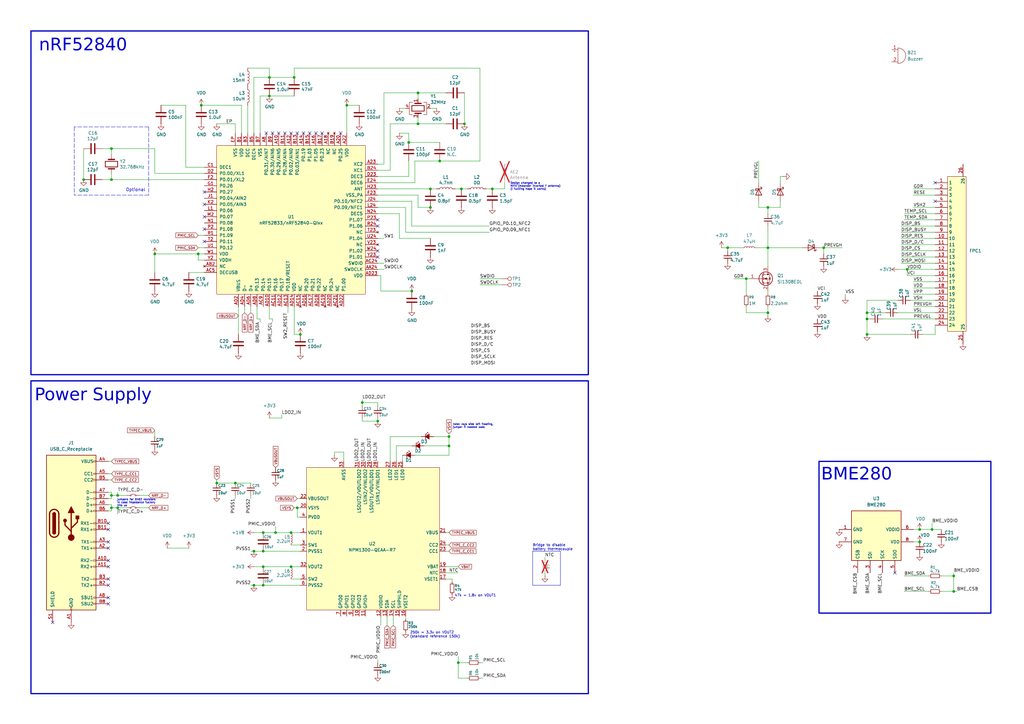
<source format=kicad_sch>
(kicad_sch (version 20250114) (generator "eeschema") (generator_version "9.0")
  (paper "A3")
  (title_block (date "2025-10-31") (rev "v1.0") (company "Ambraglow"))
  (rectangle (start 12.7 12.7) (end 241.3 153.67) (stroke (width 0.508)))
  (rectangle (start 335.915 189.23) (end 406.4 251.46) (stroke (width 0.508)))
  (rectangle (start 12.7 156.21) (end 241.3 284.48) (stroke (width 0.508)))
  (rectangle (start 218.44 226.06) (end 229.87 240.03))
  (text "47k = 1.8v on VOUT1" (at 186.436 244.348 0) (effects (font (size 1.016 1.016)) (justify left)))
  (text "BME280" (at 336.804 196.088 0) (effects (font (size 5.08 5.08)) (justify left)))
  (text "Bridge to disable \nbattery thermocouple" (at 218.44 224.536 0) (effects (font (size 1.016 1.016)) (justify left)))
  (text "nRF52840" (at 16.002 20.066 0) (effects (font (size 5.08 5.08)) (justify left)))
  (text "note: vsys side left floating, \njumper if needed :sob:" (at 185.674 174.752 0) (effects (font (size 0.762 0.762)) (justify left)))
  (text "Optional" (at 59.69 78.74 0) (effects (font (size 1.27 1.27)) (justify right bottom)))
  (text "TODO:\nCONNECT PMIC I2C TO NRF52840 (SCHEMATIC AND PCB)\n" (at 12.192 -52.324 0) (effects (font (size 7.62 7.62)) (justify left)))
  (text "Design changed to a\nMIFA (meander inverted F antenna)\n(i fucking hope it works)" (at 209.296 76.454 0) (effects (font (size 0.762 0.762)) (justify left)))
  (text "Power Supply" (at 14.224 163.576 0) (effects (font (size 5.08 5.08)) (justify left)))
  (text "jumpers for 0402 resistors\nin case impedance fuckery\nhits us" (at 48.006 206.248 0) (effects (font (size 0.762 0.762)) (justify left)))
  (text "250k = 3.3v on VOUT2\n(standard reference 150k)" (at 168.148 260.35 0) (effects (font (size 1.016 1.016)) (justify left)))
  (junction (at 120.65 31.75))
  (junction (at 314.96 128.27))
  (junction (at 314.96 85.09))
  (junction (at 306.07 114.3))
  (junction (at 45.72 208.28))
  (junction (at 391.16 236.22))
  (junction (at 82.55 43.18))
  (junction (at 45.72 203.2))
  (junction (at 48.26 208.28))
  (junction (at 355.6 137.16))
  (junction (at 190.5 50.8))
  (junction (at 34.29 73.66))
  (junction (at 372.11 110.49))
  (junction (at 184.15 179.07))
  (junction (at 107.95 226.06))
  (junction (at 119.38 218.44))
  (junction (at 391.16 242.57))
  (junction (at 88.9 198.12))
  (junction (at 189.23 77.47))
  (junction (at 187.96 271.78))
  (junction (at 96.52 198.12))
  (junction (at 355.6 130.81))
  (junction (at 176.53 85.09))
  (junction (at 107.95 218.44))
  (junction (at 121.92 208.28))
  (junction (at 171.45 50.8))
  (junction (at 45.72 73.66))
  (junction (at 377.19 217.17))
  (junction (at 81.28 104.14))
  (junction (at 48.26 203.2))
  (junction (at 123.19 137.16))
  (junction (at 104.14 226.06))
  (junction (at 110.49 31.75))
  (junction (at 110.49 39.37))
  (junction (at 107.95 240.03))
  (junction (at 167.64 58.42))
  (junction (at 382.27 217.17))
  (junction (at 337.82 101.6))
  (junction (at 184.15 182.88))
  (junction (at 104.14 240.03))
  (junction (at 119.38 232.41))
  (junction (at 355.6 128.27))
  (junction (at 113.03 218.44))
  (junction (at 171.45 38.1))
  (junction (at 201.93 77.47))
  (junction (at 63.5 104.14))
  (junction (at 314.96 101.6))
  (junction (at 176.53 77.47))
  (junction (at 148.59 165.1))
  (junction (at 154.94 172.72))
  (junction (at 142.24 43.18))
  (junction (at 168.91 119.38))
  (junction (at 107.95 232.41))
  (junction (at 298.45 101.6))
  (junction (at 180.34 66.04))
  (junction (at 45.72 60.96))
  (junction (at 377.19 222.25))
  (no_connect (at 154.94 105.41))
  (no_connect (at 44.45 247.65))
  (no_connect (at 127 54.61))
  (no_connect (at 154.94 90.17))
  (no_connect (at 44.45 222.25))
  (no_connect (at 44.45 237.49))
  (no_connect (at 154.94 92.71))
  (no_connect (at 44.45 214.63))
  (no_connect (at 383.54 74.93))
  (no_connect (at 83.82 83.82))
  (no_connect (at 132.08 54.61))
  (no_connect (at 44.45 245.11))
  (no_connect (at 114.3 54.61))
  (no_connect (at 44.45 232.41))
  (no_connect (at 109.22 54.61))
  (no_connect (at 83.82 78.74))
  (no_connect (at 83.82 99.06))
  (no_connect (at 83.82 88.9))
  (no_connect (at 111.76 54.61))
  (no_connect (at 139.7 54.61))
  (no_connect (at 44.45 217.17))
  (no_connect (at 121.92 54.61))
  (no_connect (at 154.94 102.87))
  (no_connect (at 367.03 234.95))
  (no_connect (at 124.46 54.61))
  (no_connect (at 116.84 54.61))
  (no_connect (at 83.82 93.98))
  (no_connect (at 44.45 224.79))
  (no_connect (at 119.38 54.61))
  (no_connect (at 383.54 82.55))
  (no_connect (at 44.45 240.03))
  (no_connect (at 129.54 54.61))
  (no_connect (at 44.45 229.87))
  (no_connect (at 21.59 255.27))
  (wire (pts (xy 374.65 222.25) (xy 377.19 222.25)))
  (wire (pts (xy 96.52 54.61) (xy 96.52 50.8)))
  (wire (pts (xy 48.26 203.2) (xy 52.07 203.2)))
  (wire (pts (xy 306.07 120.65) (xy 306.07 114.3)))
  (wire (pts (xy 369.57 105.41) (xy 383.54 105.41)))
  (wire (pts (xy 106.68 130.81) (xy 106.68 132.08)))
  (wire (pts (xy 320.04 72.39) (xy 320.04 74.93)))
  (wire (pts (xy 57.15 208.28) (xy 60.96 208.28)))
  (wire (pts (xy 102.87 226.06) (xy 104.14 226.06)))
  (wire (pts (xy 44.45 204.47) (xy 45.72 204.47)))
  (wire (pts (xy 163.83 54.61) (xy 167.64 54.61)))
  (wire (pts (xy 182.88 234.95) (xy 187.96 234.95)))
  (wire (pts (xy 105.41 125.73) (xy 105.41 130.81)))
  (wire (pts (xy 120.65 39.37) (xy 110.49 39.37)))
  (wire (pts (xy 167.64 54.61) (xy 167.64 58.42)))
  (wire (pts (xy 99.06 54.61) (xy 99.06 43.18)))
  (wire (pts (xy 182.88 232.41) (xy 187.96 232.41)))
  (wire (pts (xy 186.69 77.47) (xy 189.23 77.47)))
  (wire (pts (xy 196.85 271.78) (xy 198.12 271.78)))
  (wire (pts (xy 107.95 226.06) (xy 123.19 226.06)))
  (wire (pts (xy 156.21 113.03) (xy 154.94 113.03)))
  (wire (pts (xy 163.83 87.63) (xy 154.94 87.63)))
  (polyline (pts (xy 60.96 52.07) (xy 60.96 80.01)) (stroke (width 0) (type dash)))
  (wire (pts (xy 355.6 130.81) (xy 355.6 137.16)))
  (wire (pts (xy 120.65 208.28) (xy 121.92 208.28)))
  (wire (pts (xy 170.18 74.93) (xy 154.94 74.93)))
  (wire (pts (xy 83.82 71.12) (xy 63.5 71.12)))
  (wire (pts (xy 368.3 123.19) (xy 355.6 123.19)))
  (wire (pts (xy 171.45 80.01) (xy 171.45 85.09)))
  (wire (pts (xy 142.24 43.18) (xy 147.32 43.18)))
  (wire (pts (xy 196.85 66.04) (xy 196.85 27.94)))
  (wire (pts (xy 45.72 203.2) (xy 48.26 203.2)))
  (wire (pts (xy 57.15 203.2) (xy 60.96 203.2)))
  (wire (pts (xy 191.77 278.13) (xy 187.96 278.13)))
  (wire (pts (xy 372.11 110.49) (xy 372.11 113.03)))
  (wire (pts (xy 185.42 237.49) (xy 185.42 238.76)))
  (wire (pts (xy 314.96 128.27) (xy 314.96 129.54)))
  (wire (pts (xy 154.94 69.85) (xy 160.02 69.85)))
  (wire (pts (xy 115.57 170.18) (xy 115.57 171.45)))
  (wire (pts (xy 370.84 242.57) (xy 381 242.57)))
  (wire (pts (xy 320.04 85.09) (xy 320.04 82.55)))
  (wire (pts (xy 107.95 240.03) (xy 123.19 240.03)))
  (wire (pts (xy 184.15 218.44) (xy 182.88 218.44)))
  (wire (pts (xy 111.76 132.08) (xy 111.76 130.81)))
  (wire (pts (xy 167.64 58.42) (xy 180.34 58.42)))
  (wire (pts (xy 184.15 186.69) (xy 170.18 186.69)))
  (wire (pts (xy 154.94 77.47) (xy 176.53 77.47)))
  (wire (pts (xy 383.54 137.16) (xy 383.54 133.35)))
  (wire (pts (xy 148.59 163.83) (xy 148.59 165.1)))
  (wire (pts (xy 368.3 128.27) (xy 383.54 128.27)))
  (wire (pts (xy 346.71 120.65) (xy 346.71 121.92)))
  (wire (pts (xy 119.38 223.52) (xy 123.19 223.52)))
  (wire (pts (xy 176.53 77.47) (xy 179.07 77.47)))
  (wire (pts (xy 337.82 101.6) (xy 337.82 104.14)))
  (wire (pts (xy 45.72 207.01) (xy 45.72 208.28)))
  (wire (pts (xy 44.45 209.55) (xy 45.72 209.55)))
  (wire (pts (xy 88.9 198.12) (xy 96.52 198.12)))
  (wire (pts (xy 106.68 54.61) (xy 106.68 39.37)))
  (wire (pts (xy 107.95 232.41) (xy 119.38 232.41)))
  (wire (pts (xy 140.97 185.42) (xy 140.97 189.23)))
  (wire (pts (xy 157.48 67.31) (xy 154.94 67.31)))
  (wire (pts (xy 120.65 125.73) (xy 120.65 137.16)))
  (wire (pts (xy 157.48 110.49) (xy 154.94 110.49)))
  (wire (pts (xy 391.16 234.95) (xy 391.16 236.22)))
  (wire (pts (xy 314.96 119.38) (xy 314.96 120.65)))
  (wire (pts (xy 391.16 236.22) (xy 391.16 242.57)))
  (wire (pts (xy 311.15 85.09) (xy 311.15 82.55)))
  (wire (pts (xy 148.59 165.1) (xy 148.59 166.37)))
  (wire (pts (xy 377.19 217.17) (xy 374.65 217.17)))
  (wire (pts (xy 369.57 97.79) (xy 383.54 97.79)))
  (wire (pts (xy 34.29 60.96) (xy 34.29 73.66)))
  (wire (pts (xy 372.11 113.03) (xy 383.54 113.03)))
  (wire (pts (xy 306.07 128.27) (xy 314.96 128.27)))
  (wire (pts (xy 148.59 165.1) (xy 154.94 165.1)))
  (wire (pts (xy 110.49 31.75) (xy 110.49 27.94)))
  (wire (pts (xy 189.23 77.47) (xy 191.77 77.47)))
  (wire (pts (xy 368.3 110.49) (xy 372.11 110.49)))
  (wire (pts (xy 166.37 85.09) (xy 166.37 95.25)))
  (wire (pts (xy 196.85 278.13) (xy 198.12 278.13)))
  (wire (pts (xy 171.45 48.26) (xy 171.45 50.8)))
  (wire (pts (xy 45.72 208.28) (xy 48.26 208.28)))
  (wire (pts (xy 104.14 31.75) (xy 110.49 31.75)))
  (wire (pts (xy 76.2 68.58) (xy 76.2 43.18)))
  (wire (pts (xy 68.58 224.79) (xy 77.47 224.79)))
  (wire (pts (xy 321.31 72.39) (xy 320.04 72.39)))
  (wire (pts (xy 83.82 73.66) (xy 45.72 73.66)))
  (wire (pts (xy 161.29 252.73) (xy 161.29 256.54)))
  (wire (pts (xy 101.6 54.61) (xy 101.6 43.18)))
  (wire (pts (xy 182.88 50.8) (xy 171.45 50.8)))
  (wire (pts (xy 121.92 204.47) (xy 123.19 204.47)))
  (wire (pts (xy 96.52 204.47) (xy 96.52 203.2)))
  (wire (pts (xy 45.72 203.2) (xy 45.72 204.47)))
  (wire (pts (xy 113.03 215.9) (xy 113.03 218.44)))
  (wire (pts (xy 154.94 80.01) (xy 171.45 80.01)))
  (wire (pts (xy 120.65 27.94) (xy 196.85 27.94)))
  (wire (pts (xy 207.01 74.93) (xy 207.01 77.47)))
  (wire (pts (xy 157.48 107.95) (xy 154.94 107.95)))
  (wire (pts (xy 311.15 66.04) (xy 311.15 74.93)))
  (wire (pts (xy 184.15 177.8) (xy 184.15 179.07)))
  (wire (pts (xy 63.5 60.96) (xy 45.72 60.96)))
  (wire (pts (xy 314.96 92.71) (xy 314.96 101.6)))
  (wire (pts (xy 166.37 95.25) (xy 200.66 95.25)))
  (wire (pts (xy 176.53 97.79) (xy 163.83 97.79)))
  (wire (pts (xy 374.65 85.09) (xy 383.54 85.09)))
  (wire (pts (xy 223.52 236.22) (xy 223.52 234.95)))
  (wire (pts (xy 104.14 226.06) (xy 107.95 226.06)))
  (wire (pts (xy 154.94 172.72) (xy 148.59 172.72)))
  (wire (pts (xy 142.24 54.61) (xy 142.24 43.18)))
  (wire (pts (xy 110.49 130.81) (xy 110.49 125.73)))
  (wire (pts (xy 162.56 182.88) (xy 162.56 189.23)))
  (wire (pts (xy 81.28 104.14) (xy 83.82 104.14)))
  (polyline (pts (xy 60.96 80.01) (xy 30.48 80.01)) (stroke (width 0) (type dash)))
  (wire (pts (xy 370.84 87.63) (xy 383.54 87.63)))
  (wire (pts (xy 163.83 87.63) (xy 163.83 97.79)))
  (wire (pts (xy 386.08 217.17) (xy 382.27 217.17)))
  (wire (pts (xy 44.45 189.23) (xy 45.72 189.23)))
  (wire (pts (xy 314.96 101.6) (xy 314.96 109.22)))
  (wire (pts (xy 118.11 125.73) (xy 118.11 128.27)))
  (wire (pts (xy 184.15 179.07) (xy 184.15 182.88)))
  (wire (pts (xy 300.99 114.3) (xy 306.07 114.3)))
  (wire (pts (xy 106.68 39.37) (xy 110.49 39.37)))
  (wire (pts (xy 88.9 196.85) (xy 88.9 198.12)))
  (polyline (pts (xy 30.48 52.07) (xy 30.48 80.01)) (stroke (width 0) (type dash)))
  (wire (pts (xy 314.96 85.09) (xy 311.15 85.09)))
  (wire (pts (xy 374.65 120.65) (xy 383.54 120.65)))
  (wire (pts (xy 45.72 60.96) (xy 41.91 60.96)))
  (wire (pts (xy 119.38 237.49) (xy 123.19 237.49)))
  (wire (pts (xy 373.38 123.19) (xy 383.54 123.19)))
  (wire (pts (xy 76.2 43.18) (xy 66.04 43.18)))
  (wire (pts (xy 105.41 130.81) (xy 106.68 130.81)))
  (wire (pts (xy 298.45 102.87) (xy 298.45 101.6)))
  (wire (pts (xy 45.72 73.66) (xy 41.91 73.66)))
  (polyline (pts (xy 60.96 52.07) (xy 30.48 52.07)) (stroke (width 0) (type dash)))
  (wire (pts (xy 48.26 208.28) (xy 48.26 210.82)))
  (wire (pts (xy 81.28 96.52) (xy 83.82 96.52)))
  (wire (pts (xy 119.38 232.41) (xy 123.19 232.41)))
  (wire (pts (xy 111.76 130.81) (xy 110.49 130.81)))
  (wire (pts (xy 165.1 186.69) (xy 165.1 189.23)))
  (wire (pts (xy 370.84 236.22) (xy 381 236.22)))
  (wire (pts (xy 190.5 38.1) (xy 190.5 50.8)))
  (wire (pts (xy 176.53 85.09) (xy 171.45 85.09)))
  (wire (pts (xy 113.03 218.44) (xy 119.38 218.44)))
  (wire (pts (xy 160.02 69.85) (xy 160.02 50.8)))
  (wire (pts (xy 110.49 31.75) (xy 120.65 31.75)))
  (wire (pts (xy 162.56 182.88) (xy 168.91 182.88)))
  (wire (pts (xy 148.59 172.72) (xy 148.59 171.45)))
  (wire (pts (xy 382.27 217.17) (xy 377.19 217.17)))
  (wire (pts (xy 355.6 128.27) (xy 355.6 130.81)))
  (wire (pts (xy 180.34 66.04) (xy 196.85 66.04)))
  (wire (pts (xy 121.92 212.09) (xy 123.19 212.09)))
  (wire (pts (xy 81.28 101.6) (xy 83.82 101.6)))
  (wire (pts (xy 119.38 218.44) (xy 123.19 218.44)))
  (wire (pts (xy 386.08 236.22) (xy 391.16 236.22)))
  (wire (pts (xy 166.37 44.45) (xy 163.83 44.45)))
  (wire (pts (xy 363.22 128.27) (xy 355.6 128.27)))
  (wire (pts (xy 223.52 228.6) (xy 223.52 229.87)))
  (wire (pts (xy 123.19 137.16) (xy 120.65 137.16)))
  (wire (pts (xy 374.65 115.57) (xy 383.54 115.57)))
  (wire (pts (xy 168.91 82.55) (xy 168.91 92.71)))
  (wire (pts (xy 63.5 104.14) (xy 81.28 104.14)))
  (wire (pts (xy 168.91 119.38) (xy 156.21 119.38)))
  (wire (pts (xy 44.45 194.31) (xy 45.72 194.31)))
  (wire (pts (xy 355.6 123.19) (xy 355.6 128.27)))
  (wire (pts (xy 110.49 27.94) (xy 101.6 27.94)))
  (wire (pts (xy 372.11 110.49) (xy 383.54 110.49)))
  (wire (pts (xy 99.06 43.18) (xy 82.55 43.18)))
  (wire (pts (xy 104.14 54.61) (xy 104.14 31.75)))
  (wire (pts (xy 196.85 116.84) (xy 205.74 116.84)))
  (wire (pts (xy 356.87 130.81) (xy 355.6 130.81)))
  (wire (pts (xy 83.82 106.68) (xy 81.28 106.68)))
  (wire (pts (xy 378.46 137.16) (xy 383.54 137.16)))
  (wire (pts (xy 182.88 223.52) (xy 184.15 223.52)))
  (wire (pts (xy 63.5 60.96) (xy 63.5 71.12)))
  (wire (pts (xy 369.57 95.25) (xy 383.54 95.25)))
  (wire (pts (xy 104.14 218.44) (xy 107.95 218.44)))
  (wire (pts (xy 120.65 27.94) (xy 120.65 31.75)))
  (wire (pts (xy 182.88 226.06) (xy 184.15 226.06)))
  (wire (pts (xy 177.8 179.07) (xy 184.15 179.07)))
  (wire (pts (xy 314.96 85.09) (xy 314.96 87.63)))
  (wire (pts (xy 374.65 80.01) (xy 383.54 80.01)))
  (wire (pts (xy 187.96 271.78) (xy 191.77 271.78)))
  (wire (pts (xy 201.93 77.47) (xy 199.39 77.47)))
  (wire (pts (xy 374.65 118.11) (xy 383.54 118.11)))
  (wire (pts (xy 187.96 269.24) (xy 187.96 271.78)))
  (wire (pts (xy 104.14 240.03) (xy 107.95 240.03)))
  (wire (pts (xy 45.72 60.96) (xy 45.72 63.5)))
  (wire (pts (xy 187.96 278.13) (xy 187.96 271.78)))
  (wire (pts (xy 157.48 38.1) (xy 157.48 67.31)))
  (wire (pts (xy 314.96 85.09) (xy 320.04 85.09)))
  (wire (pts (xy 48.26 208.28) (xy 52.07 208.28)))
  (wire (pts (xy 44.45 207.01) (xy 45.72 207.01)))
  (wire (pts (xy 374.65 125.73) (xy 383.54 125.73)))
  (wire (pts (xy 45.72 201.93) (xy 45.72 203.2)))
  (wire (pts (xy 328.93 101.6) (xy 314.96 101.6)))
  (wire (pts (xy 115.57 171.45) (xy 110.49 171.45)))
  (wire (pts (xy 179.07 44.45) (xy 176.53 44.45)))
  (wire (pts (xy 167.64 72.39) (xy 154.94 72.39)))
  (wire (pts (xy 184.15 182.88) (xy 184.15 186.69)))
  (wire (pts (xy 156.21 119.38) (xy 156.21 113.03)))
  (wire (pts (xy 170.18 66.04) (xy 180.34 66.04)))
  (wire (pts (xy 102.87 204.47) (xy 102.87 203.2)))
  (wire (pts (xy 121.92 208.28) (xy 121.92 212.09)))
  (wire (pts (xy 184.15 182.88) (xy 173.99 182.88)))
  (wire (pts (xy 166.37 252.73) (xy 166.37 254)))
  (wire (pts (xy 45.72 71.12) (xy 45.72 73.66)))
  (wire (pts (xy 369.57 107.95) (xy 383.54 107.95)))
  (wire (pts (xy 45.72 208.28) (xy 45.72 209.55)))
  (wire (pts (xy 160.02 189.23) (xy 160.02 179.07)))
  (wire (pts (xy 44.45 196.85) (xy 45.72 196.85)))
  (wire (pts (xy 336.55 101.6) (xy 337.82 101.6)))
  (wire (pts (xy 48.26 201.93) (xy 48.26 203.2)))
  (wire (pts (xy 100.33 125.73) (xy 100.33 128.27)))
  (wire (pts (xy 392.43 242.57) (xy 391.16 242.57)))
  (wire (pts (xy 154.94 82.55) (xy 168.91 82.55)))
  (wire (pts (xy 63.5 104.14) (xy 63.5 111.76)))
  (wire (pts (xy 314.96 125.73) (xy 314.96 128.27)))
  (wire (pts (xy 355.6 137.16) (xy 373.38 137.16)))
  (wire (pts (xy 44.45 201.93) (xy 45.72 201.93)))
  (wire (pts (xy 171.45 40.64) (xy 171.45 38.1)))
  (wire (pts (xy 123.19 208.28) (xy 121.92 208.28)))
  (wire (pts (xy 171.45 50.8) (xy 160.02 50.8)))
  (wire (pts (xy 102.87 125.73) (xy 102.87 128.27)))
  (wire (pts (xy 374.65 77.47) (xy 383.54 77.47)))
  (wire (pts (xy 298.45 101.6) (xy 304.8 101.6)))
  (wire (pts (xy 107.95 218.44) (xy 113.03 218.44)))
  (wire (pts (xy 207.01 77.47) (xy 201.93 77.47)))
  (wire (pts (xy 306.07 114.3) (xy 307.34 114.3)))
  (wire (pts (xy 63.5 176.53) (xy 63.5 179.07)))
  (wire (pts (xy 137.16 185.42) (xy 140.97 185.42)))
  (wire (pts (xy 154.94 85.09) (xy 166.37 85.09)))
  (wire (pts (xy 160.02 179.07) (xy 172.72 179.07)))
  (wire (pts (xy 369.57 100.33) (xy 383.54 100.33)))
  (wire (pts (xy 361.95 130.81) (xy 383.54 130.81)))
  (wire (pts (xy 196.85 114.3) (xy 205.74 114.3)))
  (wire (pts (xy 295.91 101.6) (xy 298.45 101.6)))
  (wire (pts (xy 182.88 38.1) (xy 171.45 38.1)))
  (wire (pts (xy 156.21 252.73) (xy 156.21 256.54)))
  (wire (pts (xy 154.94 165.1) (xy 154.94 166.37)))
  (wire (pts (xy 83.82 68.58) (xy 76.2 68.58)))
  (wire (pts (xy 96.52 198.12) (xy 102.87 198.12)))
  (wire (pts (xy 154.94 171.45) (xy 154.94 172.72)))
  (wire (pts (xy 168.91 92.71) (xy 200.66 92.71)))
  (wire (pts (xy 102.87 240.03) (xy 104.14 240.03)))
  (wire (pts (xy 167.64 72.39) (xy 167.64 66.04)))
  (wire (pts (xy 158.75 252.73) (xy 158.75 256.54)))
  (wire (pts (xy 96.52 50.8) (xy 88.9 50.8)))
  (wire (pts (xy 369.57 92.71) (xy 383.54 92.71)))
  (wire (pts (xy 137.16 185.42) (xy 137.16 186.69)))
  (wire (pts (xy 337.82 101.6) (xy 345.44 101.6)))
  (wire (pts (xy 157.48 97.79) (xy 154.94 97.79)))
  (wire (pts (xy 369.57 102.87) (xy 383.54 102.87)))
  (wire (pts (xy 182.88 237.49) (xy 185.42 237.49)))
  (wire (pts (xy 157.48 38.1) (xy 171.45 38.1)))
  (wire (pts (xy 170.18 66.04) (xy 170.18 74.93)))
  (wire (pts (xy 306.07 125.73) (xy 306.07 128.27)))
  (wire (pts (xy 382.27 214.63) (xy 382.27 217.17)))
  (wire (pts (xy 104.14 232.41) (xy 107.95 232.41)))
  (wire (pts (xy 83.82 111.76) (xy 77.47 111.76)))
  (wire (pts (xy 386.08 242.57) (xy 391.16 242.57)))
  (wire (pts (xy 309.88 101.6) (xy 314.96 101.6)))
  (wire (pts (xy 97.79 125.73) (xy 97.79 137.16)))
  (wire (pts (xy 370.84 90.17) (xy 383.54 90.17)))
  (wire (pts (xy 81.28 106.68) (xy 81.28 104.14)))
  (wire (pts (xy 154.94 270.51) (xy 154.94 271.78)))
  (label "VDD" (at 374.65 118.11 0))
  (label "DISP_RES" (at 193.04 139.7 0))
  (label "PVSS1" (at 96.52 204.47 270))
  (label "SWDIO" (at 196.85 114.3 0))
  (label "DISP_CS" (at 369.57 102.87 0))
  (label "SWDIO" (at 157.48 107.95 0))
  (label "EP" (at 92.71 50.8 0))
  (label "VCI" (at 335.28 119.38 0))
  (label "PREVGL" (at 311.15 66.04 270))
  (label "DISP_BS" (at 369.57 92.71 0))
  (label "LDO2_IN" (at 149.86 189.23 90))
  (label "PMIC_VDDIO" (at 154.94 270.51 180))
  (label "PREVGL" (at 374.65 130.81 0))
  (label "BME_SCL" (at 361.95 234.95 270))
  (label "GPIO_P0.09_NFC1" (at 200.66 95.25 0))
  (label "PREVGH" (at 374.65 125.73 0))
  (label "VSS" (at 346.71 120.65 0))
  (label "LDO2_OUT" (at 147.32 189.23 90))
  (label "TEMP_SCL" (at 370.84 87.63 0))
  (label "PVSS1" (at 102.87 226.06 180))
  (label "BME_SDA" (at 106.68 132.08 270))
  (label "BME_SDA" (at 356.87 234.95 270))
  (label "DISP_MOSI" (at 369.57 107.95 0))
  (label "PMIC_SDA" (at 198.12 278.13 0))
  (label "SWDCLK" (at 196.85 116.84 0))
  (label "PVSS2" (at 102.87 204.47 270))
  (label "VCI" (at 372.11 113.03 0))
  (label "BME_VDDIO" (at 391.16 234.95 0))
  (label "PMIC_VDDIO" (at 113.03 215.9 180))
  (label "RESE" (at 374.65 80.01 0))
  (label "VSL" (at 374.65 128.27 0))
  (label "NTC" (at 187.96 234.95 180))
  (label "VPP" (at 374.65 120.65 0))
  (label "PVSS2" (at 102.87 240.03 180))
  (label "BME_VDDIO" (at 382.27 214.63 0))
  (label "LDO1_IN" (at 154.94 189.23 90))
  (label "TYPE_C_D-" (at 48.26 201.93 0))
  (label "DISP_SCLK" (at 193.04 147.32 0))
  (label "DISP_D{slash}C" (at 369.57 100.33 0))
  (label "DISP_BUSY" (at 369.57 95.25 0))
  (label "SWDCLK" (at 157.48 110.49 0))
  (label "DISP_D{slash}C" (at 193.04 142.24 0))
  (label "LDO2_IN" (at 115.57 170.18 0))
  (label "BME_SCL" (at 111.76 132.08 270))
  (label "BME_CSB" (at 392.43 242.57 0))
  (label "PMIC_VDDIO" (at 156.21 256.54 270))
  (label "DISP_CS" (at 193.04 144.78 0))
  (label "TEMP_SDA" (at 370.84 90.17 0))
  (label "VSH2" (at 374.65 85.09 0))
  (label "TYPE_C_D+" (at 48.26 210.82 0))
  (label "GDR" (at 300.99 114.3 0))
  (label "DISP_SCLK" (at 369.57 105.41 0))
  (label "GPIO_P0.10_NFC2" (at 200.66 92.71 0))
  (label "BME_CSB" (at 351.79 234.95 270))
  (label "DISP_BUSY" (at 193.04 137.16 0))
  (label "BME_SCL" (at 370.84 242.57 0))
  (label "VSH" (at 374.65 123.19 0))
  (label "NTC" (at 223.52 228.6 0))
  (label "PREVGH" (at 345.44 101.6 180))
  (label "LDO2_OUT" (at 148.59 163.83 0))
  (label "VDD" (at 335.28 130.81 0))
  (label "GDR" (at 374.65 77.47 0))
  (label "PMIC_SCL" (at 198.12 271.78 0))
  (label "DISP_BS" (at 193.04 134.62 0))
  (label "VSS" (at 374.65 115.57 0))
  (label "DISP_RES" (at 369.57 97.79 0))
  (label "SW2_RESET" (at 118.11 128.27 270))
  (label "PMIC_VDDIO" (at 187.96 269.24 180))
  (label "SW1" (at 157.48 97.79 0))
  (label "DISP_MOSI" (at 193.04 149.86 0))
  (label "LDO1_OUT" (at 152.4 189.23 90))
  (label "BME_SDA" (at 370.84 236.22 0))
  (label "VDDIO" (at 372.11 110.49 0))
  (global_label "TYPE_C_CC2" (shape input) (at 45.72 196.85 0) (effects (font (size 1.016 1.016))) (property "Intersheetrefs" "${INTERSHEET_REFS}" (effects (hide yes))))
  (global_label "PMIC_SCL" (shape input) (at 81.28 96.52 180) (effects (font (size 1.016 1.016))) (property "Intersheetrefs" "${INTERSHEET_REFS}" (effects (hide yes))))
  (global_label "TYPE_C_CC2" (shape input) (at 184.15 223.52 0) (effects (font (size 1.016 1.016))) (property "Intersheetrefs" "${INTERSHEET_REFS}" (effects (hide yes))))
  (global_label "PMIC_SDA" (shape input) (at 158.75 256.54 270) (effects (font (size 1.016 1.016))) (property "Intersheetrefs" "${INTERSHEET_REFS}" (effects (hide yes))))
  (global_label "NRF_D+" (shape input) (at 60.96 208.28 0) (effects (font (size 1.016 1.016))) (property "Intersheetrefs" "${INTERSHEET_REFS}" (effects (hide yes))))
  (global_label "PMIC_SCL" (shape input) (at 161.29 256.54 270) (effects (font (size 1.016 1.016))) (property "Intersheetrefs" "${INTERSHEET_REFS}" (effects (hide yes))))
  (global_label "PMIC_SDA" (shape input) (at 81.28 101.6 180) (effects (font (size 1.016 1.016))) (property "Intersheetrefs" "${INTERSHEET_REFS}" (effects (hide yes))))
  (global_label "NRF_D-" (shape input) (at 100.33 128.27 270) (effects (font (size 1.016 1.016))) (property "Intersheetrefs" "${INTERSHEET_REFS}" (effects (hide yes))))
  (global_label "TYPE_C_CC1" (shape input) (at 45.72 194.31 0) (effects (font (size 1.016 1.016))) (property "Intersheetrefs" "${INTERSHEET_REFS}" (effects (hide yes))))
  (global_label "NRF_D-" (shape input) (at 60.96 203.2 0) (effects (font (size 1.016 1.016))) (property "Intersheetrefs" "${INTERSHEET_REFS}" (effects (hide yes))))
  (global_label "TYPEC_VBUS" (shape input) (at 45.72 189.23 0) (effects (font (size 1.016 1.016))) (property "Intersheetrefs" "${INTERSHEET_REFS}" (effects (hide yes))))
  (global_label "TYPEC_VBUS" (shape input) (at 63.5 176.53 180) (effects (font (size 1.016 1.016))) (property "Intersheetrefs" "${INTERSHEET_REFS}" (effects (hide yes))))
  (global_label "VBUSOUT" (shape input) (at 121.92 204.47 180) (effects (font (size 1.016 1.016))) (property "Intersheetrefs" "${INTERSHEET_REFS}" (effects (hide yes))))
  (global_label "TYPE_C_CC1" (shape input) (at 184.15 226.06 0) (effects (font (size 1.016 1.016))) (property "Intersheetrefs" "${INTERSHEET_REFS}" (effects (hide yes))))
  (global_label "VSYS" (shape input) (at 184.15 177.8 90) (effects (font (size 1.016 1.016))) (property "Intersheetrefs" "${INTERSHEET_REFS}" (effects (hide yes))))
  (global_label "NRF_D+" (shape input) (at 102.87 128.27 270) (effects (font (size 1.016 1.016))) (property "Intersheetrefs" "${INTERSHEET_REFS}" (effects (hide yes))))
  (global_label "VSYS" (shape input) (at 120.65 208.28 180) (effects (font (size 1.016 1.016))) (property "Intersheetrefs" "${INTERSHEET_REFS}" (effects (hide yes))))
  (global_label "VBAT" (shape input) (at 187.96 232.41 0) (effects (font (size 1.016 1.016))) (property "Intersheetrefs" "${INTERSHEET_REFS}" (effects (hide yes))))
  (global_label "VSYS" (shape input) (at 88.9 196.85 90) (effects (font (size 1.016 1.016))) (property "Intersheetrefs" "${INTERSHEET_REFS}" (effects (hide yes))))
  (global_label "VBUSOUT" (shape input) (at 97.79 129.54 180) (effects (font (size 1.016 1.016))) (property "Intersheetrefs" "${INTERSHEET_REFS}" (effects (hide yes))))
  (global_label "TYPEC_VBUS" (shape input) (at 184.15 218.44 0) (effects (font (size 1.016 1.016))) (property "Intersheetrefs" "${INTERSHEET_REFS}" (effects (hide yes))))
  (global_label "VBUSOUT" (shape input) (at 113.03 191.77 90) (effects (font (size 1.016 1.016))) (property "Intersheetrefs" "${INTERSHEET_REFS}" (effects (hide yes))))
  (symbol (lib_id "Raybeacon:nRF52833-QIxx") (at 119.38 90.17 0) (unit 1)
    (property "Reference" "U1" (at 119.38 88.9 0))
    (property "Value" "nRF52833/nRF52840-QIxx" (at 119.38 91.44 0))
    (property "Footprint" "Package_DFN_QFN:Nordic_AQFN-73-1EP_7x7mm_P0.5mm" (effects (hide yes)))
    (property "Datasheet" "https://infocenter.nordicsemi.com/pdf/nRF52833_OPS_v0.7.pdf" (effects (hide yes)))
    (property "Description" "Nordic nRF52833/nRF52840 SoC" (effects (hide yes)))
    (property "MPN" "NRF52833-QIAA-R" (effects (hide yes)))
  )
  (symbol (lib_id "Device:C") (at 147.32 46.99 0) (unit 1)
    (property "Reference" "C12" (at 150.241 45.8216 0) (effects (justify left)))
    (property "Value" "100nF" (at 150.241 48.133 0) (effects (justify left)))
    (property "Footprint" "Capacitor_SMD:C_0402_1005Metric" (effects (hide yes)))
    (property "Description" "Capacitor, X7R, ±10%" (effects (hide yes)))
    (property "MPN" "GCM155R71C104KA55J" (effects (hide yes)))
  )
  (symbol (lib_id "power:GND") (at 147.32 50.8 0) (unit 1)
    (property "Reference" "#PWR0101" (effects (hide yes)))
    (property "Value" "GND" (at 147.447 55.1942 0))
  )
  (symbol (lib_id "power:GND") (at 88.9 50.8 0) (unit 1)
    (property "Reference" "#PWR0102" (effects (hide yes)))
    (property "Value" "GND" (at 89.027 55.1942 0))
  )
  (symbol (lib_id "Device:C") (at 82.55 46.99 0) (unit 1)
    (property "Reference" "C13" (at 85.471 45.8216 0) (effects (justify left)))
    (property "Value" "1.0uF" (at 85.471 48.133 0) (effects (justify left)))
    (property "Footprint" "Capacitor_SMD:C_0603_1608Metric" (effects (hide yes)))
    (property "Description" "Capacitor, X7R, ±10%" (effects (hide yes)))
    (property "MPN" "GCM188R71C105KA64D" (effects (hide yes)))
  )
  (symbol (lib_id "power:GND") (at 82.55 50.8 0) (unit 1)
    (property "Reference" "#PWR0103" (effects (hide yes)))
    (property "Value" "GND" (at 82.677 55.1942 0))
  )
  (symbol (lib_id "Device:C") (at 201.93 81.28 0) (unit 1)
    (property "Reference" "C3" (at 204.851 80.1116 0) (effects (justify left)))
    (property "Value" "1.5pF" (at 204.851 82.423 0) (effects (justify left)))
    (property "Footprint" "Capacitor_SMD:C_0402_1005Metric" (effects (hide yes)))
    (property "Description" "Capacitor, HQ NP0, ±5%" (effects (hide yes)))
    (property "MPN" "GCQ1555C1HR80WB01D" (effects (hide yes)))
  )
  (symbol (lib_id "Device:L") (at 182.88 77.47 270) (mirror x) (unit 1)
    (property "Reference" "L1" (at 182.88 72.644 90))
    (property "Value" "4.7nH" (at 182.88 74.9554 90))
    (property "Footprint" "Inductor_SMD:L_0402_1005Metric" (effects (hide yes)))
    (property "Description" "High frequency chip inductor ±5%" (effects (hide yes)))
    (property "MPN" "LQW15AN4N7C0ZD" (effects (hide yes)))
  )
  (symbol (lib_id "Device:C") (at 176.53 81.28 0) (unit 1)
    (property "Reference" "C4" (at 179.451 80.1116 0) (effects (justify left)))
    (property "Value" "0.8pF" (at 179.451 82.423 0) (effects (justify left)))
    (property "Footprint" "Capacitor_SMD:C_0402_1005Metric" (effects (hide yes)))
    (property "Description" "Capacitor, HQ NP0, ±5%" (effects (hide yes)))
    (property "MPN" "GCQ1555C1HR50WB01D" (effects (hide yes)))
  )
  (symbol (lib_id "Device:L") (at 195.58 77.47 90) (unit 1)
    (property "Reference" "L2" (at 195.58 72.644 90))
    (property "Value" "0Ω" (at 195.58 74.9554 90))
    (property "Footprint" "Inductor_SMD:L_0402_1005Metric" (effects (hide yes)))
    (property "Description" "Zero Ohm resistor" (effects (hide yes)))
    (property "MPN" "AC0402FR-070RL" (effects (hide yes)))
  )
  (symbol (lib_id "power:GND") (at 176.53 85.09 0) (unit 1)
    (property "Reference" "#PWR0106" (effects (hide yes)))
    (property "Value" "GND" (effects (hide yes)))
  )
  (symbol (lib_id "power:GND") (at 201.93 85.09 0) (unit 1)
    (property "Reference" "#PWR0107" (effects (hide yes)))
    (property "Value" "GND" (effects (hide yes)))
  )
  (symbol (lib_id "Device:C") (at 176.53 101.6 0) (unit 1)
    (property "Reference" "C9" (at 179.451 100.4316 0) (effects (justify left)))
    (property "Value" "1nF" (at 179.451 102.743 0) (effects (justify left)))
    (property "Footprint" "Capacitor_SMD:C_0402_1005Metric" (effects (hide yes)))
    (property "Description" "Capacitor, NP0, ±5%" (effects (hide yes)))
    (property "MPN" "GCM1555C1H821JA16D" (effects (hide yes)))
  )
  (symbol (lib_id "Device:C") (at 168.91 123.19 0) (unit 1)
    (property "Reference" "C8" (at 171.831 122.0216 0) (effects (justify left)))
    (property "Value" "100nF" (at 171.831 124.333 0) (effects (justify left)))
    (property "Footprint" "Capacitor_SMD:C_0402_1005Metric" (effects (hide yes)))
    (property "Description" "Capacitor, X7R, ±10%" (effects (hide yes)))
    (property "MPN" "GCM155R71C104KA55J" (effects (hide yes)))
  )
  (symbol (lib_id "power:GND") (at 176.53 105.41 0) (unit 1)
    (property "Reference" "#PWR0110" (effects (hide yes)))
    (property "Value" "GND" (at 176.657 109.8042 0))
  )
  (symbol (lib_id "power:GND") (at 168.91 127 0) (unit 1)
    (property "Reference" "#PWR0111" (effects (hide yes)))
    (property "Value" "GND" (at 169.037 131.3942 0))
  )
  (symbol (lib_id "Device:C") (at 167.64 62.23 180) (unit 1)
    (property "Reference" "C11" (at 170.561 61.0616 0) (effects (justify right)))
    (property "Value" "100pF" (at 170.561 63.373 0) (effects (justify right)))
    (property "Footprint" "Capacitor_SMD:C_0402_1005Metric" (effects (hide yes)))
    (property "Description" "Capacitor, NP0, ±5%" (effects (hide yes)))
    (property "MPN" "GCM1555C1H101JA16D" (effects (hide yes)))
  )
  (symbol (lib_id "Device:C") (at 180.34 62.23 180) (unit 1)
    (property "Reference" "C10" (at 183.261 61.0616 0) (effects (justify right)))
    (property "Value" "N.C." (at 183.261 63.373 0) (effects (justify right)))
    (property "Footprint" "Capacitor_SMD:C_0402_1005Metric" (effects (hide yes)))
    (property "Description" "Tuning capacitor, NON MOUNTABLE" (effects (hide yes)))
  )
  (symbol (lib_id "power:GND") (at 163.83 54.61 0) (unit 1)
    (property "Reference" "#PWR0113" (effects (hide yes)))
    (property "Value" "GND" (at 163.957 59.0042 0))
  )
  (symbol (lib_id "Device:Crystal_GND24") (at 171.45 44.45 270) (unit 1)
    (property "Reference" "Y1" (at 176.53 39.37 90) (effects (justify left)))
    (property "Value" "32MHz" (at 176.53 41.91 90) (effects (justify left)))
    (property "Footprint" "Crystal:Crystal_SMD_2016-4Pin_2.0x1.6mm" (effects (hide yes)))
    (property "Description" "XTAL, 32 MHz, Cl=8 pF, tol. ±40 ppm" (effects (hide yes)))
    (property "MPN" "CX2016DB32000D0WZRC1" (effects (hide yes)))
  )
  (symbol (lib_id "Device:C") (at 186.69 38.1 270) (unit 1)
    (property "Reference" "C2" (at 186.69 31.6992 90))
    (property "Value" "12pF" (at 186.69 34.0106 90))
    (property "Footprint" "Capacitor_SMD:C_0402_1005Metric" (effects (hide yes)))
    (property "Description" "Capacitor, NP0, ±2%" (effects (hide yes)))
    (property "MPN" "GCM1555C1H120GA16D" (effects (hide yes)))
  )
  (symbol (lib_id "Device:C") (at 186.69 50.8 270) (unit 1)
    (property "Reference" "C1" (at 186.69 44.3992 90))
    (property "Value" "12pF" (at 186.69 46.7106 90))
    (property "Footprint" "Capacitor_SMD:C_0402_1005Metric" (effects (hide yes)))
    (property "Description" "Capacitor, NP0, ±2%" (effects (hide yes)))
    (property "MPN" "GCM1555C1H120GA16D" (effects (hide yes)))
  )
  (symbol (lib_id "power:GND") (at 163.83 44.45 0) (unit 1)
    (property "Reference" "#PWR0114" (effects (hide yes)))
    (property "Value" "GND" (at 163.957 48.8442 0))
  )
  (symbol (lib_id "power:GND") (at 190.5 50.8 0) (unit 1)
    (property "Reference" "#PWR0115" (effects (hide yes)))
    (property "Value" "GND" (at 190.627 55.1942 0))
  )
  (symbol (lib_id "power:GND") (at 179.07 44.45 0) (unit 1)
    (property "Reference" "#PWR0116" (effects (hide yes)))
    (property "Value" "GND" (at 179.197 48.8442 0))
  )
  (symbol (lib_id "Device:C") (at 123.19 140.97 0) (unit 1)
    (property "Reference" "C7" (at 126.111 139.8016 0) (effects (justify left)))
    (property "Value" "100nF" (at 126.111 142.113 0) (effects (justify left)))
    (property "Footprint" "Capacitor_SMD:C_0402_1005Metric" (effects (hide yes)))
    (property "Description" "Capacitor, X7R, ±10%" (effects (hide yes)))
    (property "MPN" "GCM155R71C104KA55J" (effects (hide yes)))
  )
  (symbol (lib_id "power:VDD") (at 123.19 137.16 0) (unit 1)
    (property "Reference" "#PWR0118" (effects (hide yes)))
    (property "Value" "VDD" (at 123.6218 132.7658 0))
  )
  (symbol (lib_id "power:GND") (at 123.19 144.78 0) (unit 1)
    (property "Reference" "#PWR0119" (effects (hide yes)))
    (property "Value" "GND" (effects (hide yes)))
  )
  (symbol (lib_id "Device:C") (at 77.47 115.57 0) (unit 1)
    (property "Reference" "C19" (at 80.391 114.4016 0) (effects (justify left)))
    (property "Value" "4.7uF" (at 80.391 116.713 0) (effects (justify left)))
    (property "Footprint" "Capacitor_SMD:C_0603_1608Metric" (effects (hide yes)))
    (property "Description" "Capacitor, X7S, ±10%" (effects (hide yes)))
    (property "MPN" "GCJ188C70J475KE02D" (effects (hide yes)))
  )
  (symbol (lib_id "power:GND") (at 77.47 119.38 0) (unit 1)
    (property "Reference" "#PWR0120" (effects (hide yes)))
    (property "Value" "GND" (at 77.597 123.7742 0))
  )
  (symbol (lib_id "power:GND") (at 97.79 144.78 0) (unit 1)
    (property "Reference" "#PWR0122" (effects (hide yes)))
    (property "Value" "GND" (effects (hide yes)))
  )
  (symbol (lib_id "Device:C") (at 63.5 115.57 0) (unit 1)
    (property "Reference" "C6" (at 66.421 114.4016 0) (effects (justify left)))
    (property "Value" "4.7uF" (at 66.421 116.713 0) (effects (justify left)))
    (property "Footprint" "Capacitor_SMD:C_0603_1608Metric" (effects (hide yes)))
    (property "Description" "Capacitor, X7S, ±10%" (effects (hide yes)))
    (property "MPN" "GCJ188C70J475KE02D" (effects (hide yes)))
  )
  (symbol (lib_id "power:GND") (at 63.5 119.38 0) (unit 1)
    (property "Reference" "#PWR0123" (effects (hide yes)))
    (property "Value" "GND" (at 63.627 123.7742 0))
  )
  (symbol (lib_id "Device:C") (at 66.04 46.99 0) (unit 1)
    (property "Reference" "C5" (at 68.961 45.8216 0) (effects (justify left)))
    (property "Value" "100nF" (at 68.961 48.133 0) (effects (justify left)))
    (property "Footprint" "Capacitor_SMD:C_0402_1005Metric" (effects (hide yes)))
    (property "Description" "Capacitor, X7R, ±10%" (effects (hide yes)))
    (property "MPN" "GCM155R71C104KA55J" (effects (hide yes)))
  )
  (symbol (lib_id "power:GND") (at 66.04 50.8 0) (unit 1)
    (property "Reference" "#PWR0124" (effects (hide yes)))
    (property "Value" "GND" (at 66.167 55.1942 0))
  )
  (symbol (lib_id "Device:Crystal") (at 45.72 67.31 270) (unit 1)
    (property "Reference" "Y2" (at 49.0474 66.1416 90) (effects (justify left)))
    (property "Value" "32.768kHz" (at 49.0474 68.453 90) (effects (justify left)))
    (property "Footprint" "Crystal:Crystal_SMD_2012-2Pin_2.0x1.2mm" (effects (hide yes)))
    (property "Description" "XTAL, 32.768 kHz, CI=9 pF, tol. ±50 ppm" (effects (hide yes)))
    (property "MPN" "ECS-.327-9-12QS-TR" (effects (hide yes)))
  )
  (symbol (lib_id "Device:C") (at 38.1 60.96 270) (unit 1)
    (property "Reference" "C16" (at 38.1 54.5592 90))
    (property "Value" "12pF" (at 38.1 56.8706 90))
    (property "Footprint" "Capacitor_SMD:C_0402_1005Metric" (effects (hide yes)))
    (property "Description" "Capacitor, NP0, ±2%" (effects (hide yes)))
    (property "MPN" "GCM1555C1H120GA16D" (effects (hide yes)))
  )
  (symbol (lib_id "Device:C") (at 38.1 73.66 270) (unit 1)
    (property "Reference" "C17" (at 38.1 67.2592 90))
    (property "Value" "12pF" (at 38.1 69.5706 90))
    (property "Footprint" "Capacitor_SMD:C_0402_1005Metric" (effects (hide yes)))
    (property "Description" "Capacitor, NP0, ±2%" (effects (hide yes)))
    (property "MPN" "GCM1555C1H120GA16D" (effects (hide yes)))
  )
  (symbol (lib_id "power:GND") (at 34.29 73.66 0) (unit 1)
    (property "Reference" "#PWR0125" (effects (hide yes)))
    (property "Value" "GND" (at 34.417 78.0542 0))
  )
  (symbol (lib_id "Device:C") (at 110.49 35.56 0) (unit 1)
    (property "Reference" "C14" (at 113.411 34.3916 0) (effects (justify left)))
    (property "Value" "1.0uF" (at 113.411 36.703 0) (effects (justify left)))
    (property "Footprint" "Capacitor_SMD:C_0603_1608Metric" (effects (hide yes)))
    (property "Description" "Capacitor, X7R, ±10%" (effects (hide yes)))
    (property "MPN" "GCM188R71C105KA64D" (effects (hide yes)))
  )
  (symbol (lib_id "Device:C") (at 120.65 35.56 0) (unit 1)
    (property "Reference" "C15" (at 123.571 34.3916 0) (effects (justify left)))
    (property "Value" "47nF" (at 123.571 36.703 0) (effects (justify left)))
    (property "Footprint" "Capacitor_SMD:C_0402_1005Metric" (effects (hide yes)))
    (property "Description" "Capacitor, X7R, ±10%" (effects (hide yes)))
    (property "MPN" "GCM155R71E473KA55D" (effects (hide yes)))
  )
  (symbol (lib_id "Device:L") (at 101.6 31.75 0) (mirror x) (unit 1)
    (property "Reference" "L4" (at 100.4824 30.5816 0) (effects (justify right)))
    (property "Value" "15nH" (at 100.4824 32.893 0) (effects (justify right)))
    (property "Footprint" "Inductor_SMD:L_0402_1005Metric" (effects (hide yes)))
    (property "Description" "High frequency chip inductor ±10%" (effects (hide yes)))
    (property "MPN" "MLK1005S15NJTD25" (effects (hide yes)))
  )
  (symbol (lib_id "Device:L") (at 101.6 39.37 0) (mirror x) (unit 1)
    (property "Reference" "L3" (at 100.4824 38.2016 0) (effects (justify right)))
    (property "Value" "10uH" (at 100.4824 40.513 0) (effects (justify right)))
    (property "Footprint" "Inductor_SMD:L_0603_1608Metric" (effects (hide yes)))
    (property "Description" "Chip inductor, IDC min = 50 mA, ±20%" (effects (hide yes)))
    (property "MPN" "KLZ1608MHR100WTD25" (effects (hide yes)))
  )
  (symbol (lib_id "power:GND") (at 110.49 39.37 0) (unit 1)
    (property "Reference" "#PWR0126" (effects (hide yes)))
    (property "Value" "GND" (at 110.617 43.7642 0))
  )
  (symbol (lib_id "Device:C") (at 97.79 140.97 0) (unit 1)
    (property "Reference" "C20" (at 89.916 139.9286 0) (effects (justify left)))
    (property "Value" "4.7uF" (at 89.916 142.24 0) (effects (justify left)))
    (property "Footprint" "Capacitor_SMD:C_0603_1608Metric" (effects (hide yes)))
    (property "Description" "Capacitor, X7S, ±10%" (effects (hide yes)))
    (property "MPN" "GCJ188C70J475KE02D" (effects (hide yes)))
  )
  (symbol (lib_id "Device:C") (at 189.23 81.28 0) (unit 1)
    (property "Reference" "C18" (at 192.151 80.1116 0) (effects (justify left)))
    (property "Value" "0.5pF" (at 192.151 82.423 0) (effects (justify left)))
    (property "Footprint" "Capacitor_SMD:C_0402_1005Metric" (effects (hide yes)))
    (property "Description" "Capacitor, HQ NP0, ±5%" (effects (hide yes)))
    (property "MPN" "GCQ1555C1HR80WB01D" (effects (hide yes)))
  )
  (symbol (lib_id "power:GND") (at 88.9 203.2 0) (unit 1)
    (property "Reference" "#PWR014" (effects (hide yes)))
    (property "Value" "GND" (effects (hide yes)))
    (property "Description" "Power symbol creates a global label with name \"GND\" , ground" (effects (hide yes)))
  )
  (symbol (lib_id "Diode:MBR0530") (at 311.15 78.74 270) (unit 1)
    (property "Reference" "D6" (at 308.61 78.74 0))
    (property "Value" "MBR0530" (effects (hide yes)))
    (property "Footprint" "Diode_SMD:D_SOD-123" (effects (hide yes)))
    (property "Datasheet" "http://www.mccsemi.com/up_pdf/MBR0520~MBR0580(SOD123).pdf" (effects (hide yes)))
    (property "Description" "30V 0.5A Schottky Power Rectifier Diode, SOD-123" (effects (hide yes)))
  )
  (symbol (lib_id "Device:L_Small") (at 307.34 101.6 90) (unit 1)
    (property "Reference" "L7" (at 307.34 96.52 90))
    (property "Value" "47uH" (at 307.34 99.06 90))
    (property "Footprint" "Inductor_SMD:L_Taiyo-Yuden_MD-4040" (effects (hide yes)))
    (property "Description" "Inductor, small symbol" (effects (hide yes)))
  )
  (symbol (lib_id "power:GND") (at 335.28 135.89 0) (unit 1)
    (property "Reference" "#PWR041" (effects (hide yes)))
    (property "Value" "GND" (effects (hide yes)))
    (property "Description" "Power symbol creates a global label with name \"GND\" , ground" (effects (hide yes)))
  )
  (symbol (lib_id "power:GND") (at 185.42 243.84 0) (unit 1)
    (property "Reference" "#PWR016" (effects (hide yes)))
    (property "Value" "GND" (effects (hide yes)))
    (property "Description" "Power symbol creates a global label with name \"GND\" , ground" (effects (hide yes)))
  )
  (symbol (lib_id "Device:LED_Small_Filled") (at 175.26 179.07 0) (unit 1)
    (property "Reference" "D3" (at 173.99 181.102 0))
    (property "Value" "LED_Small_Filled" (effects (hide yes)))
    (property "Footprint" "LED_SMD:LED_0603_1608Metric" (effects (hide yes)))
    (property "Description" "Light emitting diode, small symbol, filled shape" (effects (hide yes)))
    (property "Sim.Pins" "1=K 2=A" (effects (hide yes)))
  )
  (symbol (lib_id "Device:R_Small") (at 185.42 241.3 0) (unit 1)
    (property "Reference" "R4" (at 186.436 240.284 0) (effects (font (size 1.016 1.016)) (justify left)))
    (property "Value" "47k" (at 186.436 241.808 0) (effects (font (size 1.016 1.016)) (justify left)))
    (property "Footprint" "Resistor_SMD:R_0402_1005Metric" (effects (hide yes)))
    (property "Description" "Resistor, small symbol" (effects (hide yes)))
  )
  (symbol (lib_id "Device:R_Small") (at 194.31 278.13 90) (unit 1)
    (property "Reference" "R6" (at 193.04 277.114 0) (effects (font (size 1.016 1.016)) (justify left)))
    (property "Value" "10k" (at 195.58 277.114 0) (effects (font (size 1.016 1.016)) (justify left)))
    (property "Footprint" "Resistor_SMD:R_0402_1005Metric" (effects (hide yes)))
    (property "Description" "Resistor, small symbol" (effects (hide yes)))
  )
  (symbol (lib_id "power:GND") (at 189.23 85.09 0) (unit 1)
    (property "Reference" "#PWR02" (effects (hide yes)))
    (property "Value" "GND" (effects (hide yes)))
  )
  (symbol (lib_id "power:VDD") (at 377.19 222.25 0) (unit 1)
    (property "Reference" "#PWR06" (effects (hide yes)))
    (property "Value" "VDD" (at 379.476 219.456 0))
  )
  (symbol (lib_id "Device:L_Small") (at 119.38 234.95 0) (unit 1)
    (property "Reference" "L6" (at 116.586 234.188 0) (effects (justify left)))
    (property "Value" "2.2uH" (at 119.126 235.966 0) (effects (justify right)))
    (property "Footprint" "nonorf:L0806" (effects (hide yes)))
    (property "Description" "Inductor, small symbol" (effects (hide yes)))
  )
  (symbol (lib_id "power:VDD") (at 63.5 104.14 0) (unit 1)
    (property "Reference" "#PWR022" (effects (hide yes)))
    (property "Value" "VDD" (at 63.5 99.06 0))
    (property "Description" "Power symbol creates a global label with name \"VDD\"" (effects (hide yes)))
  )
  (symbol (lib_id "power:+3V3") (at 368.3 110.49 90) (unit 1)
    (property "Reference" "#PWR039" (effects (hide yes)))
    (property "Value" "+3V3" (at 365.76 110.49 90) (effects (justify left)))
    (property "Description" "Power symbol creates a global label with name \"+3V3\"" (effects (hide yes)))
  )
  (symbol (lib_id "Transistor_FET:Si1308EDL") (at 312.42 114.3 0) (unit 1)
    (property "Reference" "Q1" (at 318.77 113.0299 0) (effects (justify left)))
    (property "Value" "Si1308EDL" (at 318.77 115.5699 0) (effects (justify left)))
    (property "Footprint" "Package_TO_SOT_SMD:SOT-323_SC-70" (effects (hide yes)))
    (property "Datasheet" "https://www.vishay.com/docs/63399/si1308edl.pdf" (effects (hide yes)))
    (property "Description" "30V Vds, 1.4A Id, N-Channel MOSFET, SC-70" (effects (hide yes)))
  )
  (symbol (lib_id "Device:Buzzer") (at 368.3 22.86 0) (unit 1)
    (property "Reference" "BZ1" (at 372.11 21.5899 0) (effects (justify left)))
    (property "Value" "Buzzer" (at 372.11 24.1299 0) (effects (justify left)))
    (property "Description" "Buzzer, polarized" (effects (hide yes)))
  )
  (symbol (lib_id "Diode:MBR0530") (at 320.04 78.74 270) (unit 1)
    (property "Reference" "D5" (at 317.5 78.74 0))
    (property "Value" "MBR0530" (effects (hide yes)))
    (property "Footprint" "Diode_SMD:D_SOD-123" (effects (hide yes)))
    (property "Datasheet" "http://www.mccsemi.com/up_pdf/MBR0520~MBR0580(SOD123).pdf" (effects (hide yes)))
    (property "Description" "30V 0.5A Schottky Power Rectifier Diode, SOD-123" (effects (hide yes)))
  )
  (symbol (lib_id "power:GND") (at 104.14 226.06 0) (unit 1)
    (property "Reference" "#PWR012" (effects (hide yes)))
    (property "Value" "GND" (effects (hide yes)))
    (property "Description" "Power symbol creates a global label with name \"GND\" , ground" (effects (hide yes)))
  )
  (symbol (lib_id "Device:C_Small") (at 298.45 105.41 0) (unit 1)
    (property "Reference" "C35" (at 299.466 104.14 0) (effects (justify left)))
    (property "Value" "4.7uF" (at 299.466 106.68 0) (effects (justify left)))
    (property "Footprint" "Capacitor_SMD:C_0402_1005Metric" (effects (hide yes)))
    (property "Description" "Unpolarized capacitor, small symbol" (effects (hide yes)))
  )
  (symbol (lib_id "power:GND") (at 113.03 196.85 0) (unit 1)
    (property "Reference" "#PWR011" (effects (hide yes)))
    (property "Value" "GND" (effects (hide yes)))
    (property "Description" "Power symbol creates a global label with name \"GND\" , ground" (effects (hide yes)))
  )
  (symbol (lib_id "Device:C_Small") (at 96.52 200.66 0) (unit 1)
    (property "Reference" "C24" (at 97.028 199.136 0) (effects (font (size 1.016 1.016)) (justify left)))
    (property "Value" "10uF" (at 97.028 202.184 0) (effects (font (size 1.016 1.016)) (justify left)))
    (property "Footprint" "Capacitor_SMD:C_0603_1608Metric" (effects (hide yes)))
    (property "Description" "Unpolarized capacitor, small symbol" (effects (hide yes)))
  )
  (symbol (lib_id "power:+1V8") (at 104.14 218.44 90) (unit 1)
    (property "Reference" "#PWR021" (effects (hide yes)))
    (property "Value" "+1V8" (at 100.33 218.4399 90) (effects (justify left)))
    (property "Description" "Power symbol creates a global label with name \"+1V8\"" (effects (hide yes)))
  )
  (symbol (lib_id "power:GND") (at 63.5 184.15 0) (unit 1)
    (property "Reference" "#PWR09" (effects (hide yes)))
    (property "Value" "GND" (effects (hide yes)))
    (property "Description" "Power symbol creates a global label with name \"GND\" , ground" (effects (hide yes)))
  )
  (symbol (lib_id "power:GND") (at 377.19 227.33 0) (unit 1)
    (property "Reference" "#PWR03" (effects (hide yes)))
    (property "Value" "GND" (effects (hide yes)))
  )
  (symbol (lib_id "Device:C_Small") (at 386.08 219.71 0) (unit 1)
    (property "Reference" "C21" (at 387.35 218.44 0) (effects (justify left)))
    (property "Value" "100nF" (at 387.35 220.98 0) (effects (justify left)))
    (property "Footprint" "Capacitor_SMD:C_0402_1005Metric" (effects (hide yes)))
    (property "Description" "Unpolarized capacitor, small symbol" (effects (hide yes)))
  )
  (symbol (lib_id "power:GND") (at 344.17 217.17 0) (unit 1)
    (property "Reference" "#PWR08" (effects (hide yes)))
    (property "Value" "GND" (effects (hide yes)))
  )
  (symbol (lib_id "Device:C_Small") (at 365.76 128.27 90) (unit 1)
    (property "Reference" "C39" (at 364.49 127.254 0) (effects (justify left)))
    (property "Value" "1uF" (at 367.03 127.254 0) (effects (justify left)))
    (property "Footprint" "Capacitor_SMD:C_0402_1005Metric" (effects (hide yes)))
    (property "Description" "Unpolarized capacitor, small symbol" (effects (hide yes)))
  )
  (symbol (lib_id "Sensor:BME280") (at 359.41 219.71 270) (unit 1)
    (property "Reference" "U3" (at 359.41 204.47 90))
    (property "Value" "BME280" (at 359.41 207.01 90))
    (property "Footprint" "Package_LGA:Bosch_LGA-8_2.5x2.5mm_P0.65mm_ClockwisePinNumbering" (effects (hide yes)))
    (property "Datasheet" "https://www.bosch-sensortec.com/media/boschsensortec/downloads/datasheets/bst-bme280-ds002.pdf" (effects (hide yes)))
    (property "Description" "3-in-1 sensor, humidity, pressure, temperature, I2C and SPI interface, 1.71-3.6V, LGA-8" (effects (hide yes)))
  )
  (symbol (lib_id "easyeda2kicad:AFC24-S24FIC-00") (at 389.89 104.14 0) (unit 1)
    (property "Reference" "FPC1" (at 397.51 102.8699 0) (effects (justify left)))
    (property "Value" "AFC24-S24FIC-00" (effects (hide yes)))
    (property "Footprint" "nonorf:FPC-SMD_P0.50-24P_QCHF-SM-H2.0" (effects (hide yes)))
    (property "Datasheet" "https://lcsc.com/product-detail/Others_JUSHUO-AFC24-S24FIC-00_C262292.html" (effects (hide yes)))
    (property "LCSC Part" "C262292" (effects (hide yes)))
  )
  (symbol (lib_id "Device:C_Small") (at 154.94 168.91 0) (unit 1)
    (property "Reference" "C34" (at 155.448 167.64 0) (effects (font (size 1.016 1.016)) (justify left)))
    (property "Value" "10uF" (at 155.448 170.18 0) (effects (font (size 1.016 1.016)) (justify left)))
    (property "Footprint" "Capacitor_SMD:C_0603_1608Metric" (effects (hide yes)))
    (property "Description" "Unpolarized capacitor, small symbol" (effects (hide yes)))
  )
  (symbol (lib_id "Device:C") (at 107.95 222.25 0) (unit 1)
    (property "Reference" "C26" (at 108.204 220.218 0) (effects (font (size 1.016 1.016)) (justify left)))
    (property "Value" "10uF" (at 108.458 224.282 0) (effects (font (size 1.016 1.016)) (justify left)))
    (property "Footprint" "Capacitor_SMD:C_0603_1608Metric" (effects (hide yes)))
    (property "Description" "Unpolarized capacitor" (effects (hide yes)))
  )
  (symbol (lib_id "power:GND") (at 154.94 276.86 0) (unit 1)
    (property "Reference" "#PWR017" (effects (hide yes)))
    (property "Value" "GND" (effects (hide yes)))
    (property "Description" "Power symbol creates a global label with name \"GND\" , ground" (effects (hide yes)))
  )
  (symbol (lib_id "power:GND") (at 29.21 255.27 0) (unit 1)
    (property "Reference" "#PWR01" (effects (hide yes)))
    (property "Value" "GND" (effects (hide yes)))
    (property "Description" "Power symbol creates a global label with name \"GND\" , ground" (effects (hide yes)))
  )
  (symbol (lib_id "power:VDD") (at 142.24 43.18 0) (unit 1)
    (property "Reference" "#PWR027" (effects (hide yes)))
    (property "Value" "VDD" (at 142.24 38.1 0))
    (property "Description" "Power symbol creates a global label with name \"VDD\"" (effects (hide yes)))
  )
  (symbol (lib_id "Device:C_Small") (at 88.9 200.66 0) (unit 1)
    (property "Reference" "C23" (at 89.408 199.136 0) (effects (font (size 1.016 1.016)) (justify left)))
    (property "Value" "10uF" (at 89.408 202.184 0) (effects (font (size 1.016 1.016)) (justify left)))
    (property "Footprint" "Capacitor_SMD:C_0603_1608Metric" (effects (hide yes)))
    (property "Description" "Unpolarized capacitor, small symbol" (effects (hide yes)))
  )
  (symbol (lib_id "Diode:MBR0530") (at 332.74 101.6 180) (unit 1)
    (property "Reference" "D4" (at 332.74 99.06 0))
    (property "Value" "MBR0530" (effects (hide yes)))
    (property "Footprint" "Diode_SMD:D_SOD-123" (effects (hide yes)))
    (property "Datasheet" "http://www.mccsemi.com/up_pdf/MBR0520~MBR0580(SOD123).pdf" (effects (hide yes)))
    (property "Description" "30V 0.5A Schottky Power Rectifier Diode, SOD-123" (effects (hide yes)))
  )
  (symbol (lib_id "Device:C_Small") (at 370.84 123.19 90) (unit 1)
    (property "Reference" "C38" (at 369.57 122.174 0) (effects (justify left)))
    (property "Value" "1uF" (at 372.11 122.174 0) (effects (justify left)))
    (property "Footprint" "Capacitor_SMD:C_0402_1005Metric" (effects (hide yes)))
    (property "Description" "Unpolarized capacitor, small symbol" (effects (hide yes)))
  )
  (symbol (lib_id "Device:C_Small") (at 337.82 106.68 0) (unit 1)
    (property "Reference" "C37" (at 338.836 105.41 0) (effects (justify left)))
    (property "Value" "1uF" (at 338.836 107.95 0) (effects (justify left)))
    (property "Footprint" "Capacitor_SMD:C_0402_1005Metric" (effects (hide yes)))
    (property "Description" "Unpolarized capacitor, small symbol" (effects (hide yes)))
  )
  (symbol (lib_id "power:GND") (at 104.14 240.03 0) (unit 1)
    (property "Reference" "#PWR013" (effects (hide yes)))
    (property "Value" "GND" (effects (hide yes)))
    (property "Description" "Power symbol creates a global label with name \"GND\" , ground" (effects (hide yes)))
  )
  (symbol (lib_id "Device:C_Small") (at 377.19 224.79 0) (unit 1)
    (property "Reference" "C22" (at 378.46 223.52 0) (effects (justify left)))
    (property "Value" "100nF" (at 378.46 226.06 0) (effects (justify left)))
    (property "Footprint" "Capacitor_SMD:C_0402_1005Metric" (effects (hide yes)))
    (property "Description" "Unpolarized capacitor, small symbol" (effects (hide yes)))
  )
  (symbol (lib_id "Device:R_Small") (at 383.54 236.22 90) (unit 1)
    (property "Reference" "R1" (at 381.508 232.664 90) (effects (font (size 1.016 1.016)) (justify right)))
    (property "Value" "4.7k" (at 381.381 234.315 90) (effects (justify right)))
    (property "Footprint" "Resistor_SMD:R_0402_1005Metric" (effects (hide yes)))
    (property "Description" "Resistor, small symbol" (effects (hide yes)))
  )
  (symbol (lib_id "Device:R_Small") (at 383.54 242.57 90) (unit 1)
    (property "Reference" "R2" (at 381.762 239.014 90) (effects (font (size 1.016 1.016)) (justify right)))
    (property "Value" "4.7k" (at 381.381 240.665 90) (effects (justify right)))
    (property "Footprint" "Resistor_SMD:R_0402_1005Metric" (effects (hide yes)))
    (property "Description" "Resistor, small symbol" (effects (hide yes)))
  )
  (symbol (lib_id "Connector:TestPoint") (at 205.74 116.84 270) (unit 1)
    (property "Reference" "TP2" (at 210.058 116.84 90) (effects (justify left)))
    (property "Value" "TestPoint" (effects (hide yes)))
    (property "Footprint" "TestPoint:TestPoint_Pad_D1.5mm" (effects (hide yes)))
    (property "Description" "test point" (effects (hide yes)))
  )
  (symbol (lib_id "Jumper:Jumper_2_Small_Bridged") (at 54.61 203.2 0) (unit 1)
    (property "Reference" "JP1" (effects (hide yes)))
    (property "Value" "Jumper_2_Small_Bridged" (effects (hide yes)))
    (property "Footprint" "nonorf:R0402_bridged" (effects (hide yes)))
    (property "Description" "Jumper, 2-pole, small symbol, bridged" (effects (hide yes)))
  )
  (symbol (lib_id "Device:C_Small") (at 154.94 274.32 0) (unit 1)
    (property "Reference" "C30" (at 155.448 273.05 0) (effects (font (size 1.016 1.016)) (justify left)))
    (property "Value" "100nF" (at 155.448 275.59 0) (effects (font (size 1.016 1.016)) (justify left)))
    (property "Footprint" "Capacitor_SMD:C_0402_1005Metric" (effects (hide yes)))
    (property "Description" "Unpolarized capacitor, small symbol" (effects (hide yes)))
  )
  (symbol (lib_id "power:+3V3") (at 110.49 171.45 0) (unit 1)
    (property "Reference" "#PWR031" (effects (hide yes)))
    (property "Value" "+3V3" (at 110.49 166.37 0))
    (property "Description" "Power symbol creates a global label with name \"+3V3\"" (effects (hide yes)))
  )
  (symbol (lib_id "Device:R_Small") (at 306.07 123.19 0) (unit 1)
    (property "Reference" "R9" (at 307.086 121.92 0) (effects (font (size 1.016 1.016)) (justify left)))
    (property "Value" "1M" (at 307.086 124.46 0) (effects (justify left)))
    (property "Footprint" "Resistor_SMD:R_0402_1005Metric" (effects (hide yes)))
    (property "Description" "Resistor, small symbol" (effects (hide yes)))
  )
  (symbol (lib_id "Device:C_Small") (at 314.96 90.17 0) (unit 1)
    (property "Reference" "C36" (at 315.976 88.9 0) (effects (justify left)))
    (property "Value" "4.7uF" (at 315.976 91.44 0) (effects (justify left)))
    (property "Footprint" "Capacitor_SMD:C_0402_1005Metric" (effects (hide yes)))
    (property "Description" "Unpolarized capacitor, small symbol" (effects (hide yes)))
  )
  (symbol (lib_id "power:VDD") (at 68.58 224.79 0) (unit 1)
    (property "Reference" "#PWR030" (effects (hide yes)))
    (property "Value" "VDD" (at 68.58 219.71 0))
    (property "Description" "Power symbol creates a global label with name \"VDD\"" (effects (hide yes)))
  )
  (symbol (lib_id "Device:R_Small") (at 223.52 232.41 0) (unit 1) (dnp yes)
    (property "Reference" "R7" (at 225.044 232.41 90) (effects (font (size 1.016 1.016))))
    (property "Value" "0" (at 223.52 232.41 90))
    (property "Description" "Resistor, small symbol" (effects (hide yes)))
  )
  (symbol (lib_id "power:GND") (at 386.08 222.25 0) (unit 1)
    (property "Reference" "#PWR04" (effects (hide yes)))
    (property "Value" "GND" (effects (hide yes)))
  )
  (symbol (lib_id "power:GND") (at 337.82 109.22 0) (unit 1)
    (property "Reference" "#PWR034" (effects (hide yes)))
    (property "Value" "GND" (effects (hide yes)))
    (property "Description" "Power symbol creates a global label with name \"GND\" , ground" (effects (hide yes)))
  )
  (symbol (lib_id "power:GND") (at 394.97 140.97 0) (unit 1)
    (property "Reference" "#PWR037" (effects (hide yes)))
    (property "Value" "GND" (effects (hide yes)))
    (property "Description" "Power symbol creates a global label with name \"GND\" , ground" (effects (hide yes)))
  )
  (symbol (lib_id "power:GND") (at 137.16 186.69 0) (unit 1)
    (property "Reference" "#PWR019" (effects (hide yes)))
    (property "Value" "GND" (effects (hide yes)))
  )
  (symbol (lib_id "Connector:TestPoint") (at 205.74 114.3 270) (unit 1)
    (property "Reference" "TP1" (at 210.058 114.3 90) (effects (justify left)))
    (property "Value" "TestPoint" (effects (hide yes)))
    (property "Footprint" "TestPoint:TestPoint_Pad_D1.5mm" (effects (hide yes)))
    (property "Description" "test point" (effects (hide yes)))
  )
  (symbol (lib_id "power:VDD") (at 168.91 119.38 0) (unit 1)
    (property "Reference" "#PWR029" (effects (hide yes)))
    (property "Value" "VDD" (at 168.91 114.3 0))
    (property "Description" "Power symbol creates a global label with name \"VDD\"" (effects (hide yes)))
  )
  (symbol (lib_id "power:VDD") (at 82.55 43.18 0) (unit 1)
    (property "Reference" "#PWR026" (effects (hide yes)))
    (property "Value" "VDD" (at 82.55 38.1 0))
    (property "Description" "Power symbol creates a global label with name \"VDD\"" (effects (hide yes)))
  )
  (symbol (lib_id "power:GND") (at 223.52 236.22 0) (unit 1)
    (property "Reference" "#PWR023" (effects (hide yes)))
    (property "Value" "GND" (effects (hide yes)))
    (property "Description" "Power symbol creates a global label with name \"GND\" , ground" (effects (hide yes)))
  )
  (symbol (lib_id "Device:L_Small") (at 119.38 220.98 0) (unit 1)
    (property "Reference" "L5" (at 116.586 220.218 0) (effects (justify left)))
    (property "Value" "2.2uH" (at 119.126 221.996 0) (effects (justify right)))
    (property "Footprint" "nonorf:L0806" (effects (hide yes)))
    (property "Description" "Inductor, small symbol" (effects (hide yes)))
  )
  (symbol (lib_id "Device:C_Small") (at 335.28 121.92 0) (unit 1)
    (property "Reference" "C42" (at 336.55 120.65 0) (effects (justify left)))
    (property "Value" "1uF" (at 336.55 122.936 0) (effects (justify left)))
    (property "Footprint" "Capacitor_SMD:C_0402_1005Metric" (effects (hide yes)))
    (property "Description" "Unpolarized capacitor, small symbol" (effects (hide yes)))
  )
  (symbol (lib_id "Device:C") (at 107.95 236.22 0) (unit 1)
    (property "Reference" "C27" (at 108.204 234.442 0) (effects (font (size 1.016 1.016)) (justify left)))
    (property "Value" "10uF" (at 108.204 238.252 0) (effects (font (size 1.016 1.016)) (justify left)))
    (property "Footprint" "Capacitor_SMD:C_0603_1608Metric" (effects (hide yes)))
    (property "Description" "Unpolarized capacitor" (effects (hide yes)))
  )
  (symbol (lib_id "power:GND") (at 335.28 124.46 0) (unit 1)
    (property "Reference" "#PWR040" (effects (hide yes)))
    (property "Value" "GND" (effects (hide yes)))
    (property "Description" "Power symbol creates a global label with name \"GND\" , ground" (effects (hide yes)))
  )
  (symbol (lib_id "power:GND") (at 154.94 172.72 0) (unit 1)
    (property "Reference" "#PWR018" (effects (hide yes)))
    (property "Value" "GND" (effects (hide yes)))
  )
  (symbol (lib_id "Device:C_Small") (at 63.5 181.61 0) (unit 1)
    (property "Reference" "C29" (at 64.008 180.34 0) (effects (font (size 1.016 1.016)) (justify left)))
    (property "Value" "1uF" (at 64.008 182.88 0) (effects (font (size 1.016 1.016)) (justify left)))
    (property "Footprint" "Capacitor_SMD:C_0603_1608Metric" (effects (hide yes)))
    (property "Description" "Unpolarized capacitor, small symbol" (effects (hide yes)))
  )
  (symbol (lib_id "Connector:USB_C_Receptacle") (at 29.21 214.63 0) (unit 1)
    (property "Reference" "J1" (at 29.21 181.61 0))
    (property "Value" "USB_C_Receptacle" (at 29.21 184.15 0))
    (property "Footprint" "nonorf:USB-C-SMD_HANELECTRICITY_161N-4XVS11" (effects (hide yes)))
    (property "Datasheet" "https://www.usb.org/sites/default/files/documents/usb_type-c.zip" (effects (hide yes)))
    (property "Description" "USB Full-Featured Type-C Receptacle connector" (effects (hide yes)))
  )
  (symbol (lib_id "power:GND") (at 355.6 137.16 0) (unit 1)
    (property "Reference" "#PWR038" (effects (hide yes)))
    (property "Value" "GND" (effects (hide yes)))
    (property "Description" "Power symbol creates a global label with name \"GND\" , ground" (effects (hide yes)))
  )
  (symbol (lib_id "power:GND") (at 346.71 121.92 0) (unit 1)
    (property "Reference" "#PWR042" (effects (hide yes)))
    (property "Value" "GND" (effects (hide yes)))
    (property "Description" "Power symbol creates a global label with name \"GND\" , ground" (effects (hide yes)))
  )
  (symbol (lib_id "power:+3V3") (at 295.91 101.6 0) (unit 1)
    (property "Reference" "#PWR035" (effects (hide yes)))
    (property "Value" "+3V3" (at 295.91 96.52 0))
    (property "Description" "Power symbol creates a global label with name \"+3V3\"" (effects (hide yes)))
  )
  (symbol (lib_id "power:+3V3") (at 104.14 232.41 90) (unit 1)
    (property "Reference" "#PWR020" (effects (hide yes)))
    (property "Value" "+3V3" (at 100.33 232.4099 90) (effects (justify left)))
    (property "Description" "Power symbol creates a global label with name \"+3V3\"" (effects (hide yes)))
  )
  (symbol (lib_id "power:GND") (at 298.45 107.95 0) (unit 1)
    (property "Reference" "#PWR033" (effects (hide yes)))
    (property "Value" "GND" (effects (hide yes)))
    (property "Description" "Power symbol creates a global label with name \"GND\" , ground" (effects (hide yes)))
  )
  (symbol (lib_id "Device:C_Small") (at 375.92 137.16 90) (unit 1)
    (property "Reference" "C41" (at 374.65 136.144 0) (effects (justify left)))
    (property "Value" "1uF" (at 377.19 136.144 0) (effects (justify left)))
    (property "Footprint" "Capacitor_SMD:C_0402_1005Metric" (effects (hide yes)))
    (property "Description" "Unpolarized capacitor, small symbol" (effects (hide yes)))
  )
  (symbol (lib_id "Device:Antenna") (at 207.01 69.85 0) (unit 1) (in_bom no) (dnp yes)
    (property "Reference" "AE2" (at 209.0421 70.4861 0) (effects (justify left)))
    (property "Value" "Antenna" (at 209.0421 72.7848 0) (effects (justify left)))
    (property "Footprint" "nonorf:2.4GHz-meander_antenna" (effects (hide yes)))
  )
  (symbol (lib_id "Device:LED_Small_Filled") (at 167.64 186.69 0) (unit 1)
    (property "Reference" "D1" (at 167.64 188.722 0))
    (property "Value" "LED_Small_Filled" (effects (hide yes)))
    (property "Footprint" "LED_SMD:LED_0603_1608Metric" (effects (hide yes)))
    (property "Description" "Light emitting diode, small symbol, filled shape" (effects (hide yes)))
    (property "Sim.Pins" "1=K 2=A" (effects (hide yes)))
  )
  (symbol (lib_id "nonorf:NPM1300-QEAA-R7") (at 153.67 220.98 0) (unit 1)
    (property "Reference" "U2" (at 152.654 223.012 0))
    (property "Value" "NPM1300-QEAA-R7" (at 152.654 225.552 0))
    (property "Footprint" "nonorf:QFN-32_L5.0-W5.0-P0.50-TL-EP3.5" (effects (hide yes)))
    (property "LCSC Part" "C7501206" (effects (hide yes)))
  )
  (symbol (lib_id "Device:C_Small") (at 359.41 130.81 90) (unit 1)
    (property "Reference" "C40" (at 358.14 129.794 0) (effects (justify left)))
    (property "Value" "1uF" (at 360.68 129.794 0) (effects (justify left)))
    (property "Footprint" "Capacitor_SMD:C_0402_1005Metric" (effects (hide yes)))
    (property "Description" "Unpolarized capacitor, small symbol" (effects (hide yes)))
  )
  (symbol (lib_id "power:GND") (at 314.96 129.54 0) (unit 1)
    (property "Reference" "#PWR036" (effects (hide yes)))
    (property "Value" "GND" (effects (hide yes)))
    (property "Description" "Power symbol creates a global label with name \"GND\" , ground" (effects (hide yes)))
  )
  (symbol (lib_id "power:VDD") (at 377.19 217.17 0) (unit 1)
    (property "Reference" "#PWR05" (effects (hide yes)))
    (property "Value" "VDD" (at 377.6218 212.7758 0))
  )
  (symbol (lib_id "Device:C_Small") (at 102.87 200.66 0) (unit 1)
    (property "Reference" "C25" (at 103.378 199.136 0) (effects (font (size 1.016 1.016)) (justify left)))
    (property "Value" "10uF" (at 103.378 202.184 0) (effects (font (size 1.016 1.016)) (justify left)))
    (property "Footprint" "Capacitor_SMD:C_0603_1608Metric" (effects (hide yes)))
    (property "Description" "Unpolarized capacitor, small symbol" (effects (hide yes)))
  )
  (symbol (lib_id "Device:C_Small") (at 335.28 133.35 0) (unit 1)
    (property "Reference" "C43" (at 336.55 132.08 0) (effects (justify left)))
    (property "Value" "1uF" (at 336.55 134.366 0) (effects (justify left)))
    (property "Footprint" "Capacitor_SMD:C_0402_1005Metric" (effects (hide yes)))
    (property "Description" "Unpolarized capacitor, small symbol" (effects (hide yes)))
  )
  (symbol (lib_id "Jumper:Jumper_2_Small_Bridged") (at 54.61 208.28 0) (unit 1)
    (property "Reference" "JP2" (effects (hide yes)))
    (property "Value" "Jumper_2_Small_Bridged" (effects (hide yes)))
    (property "Footprint" "nonorf:R0402_bridged" (effects (hide yes)))
    (property "Description" "Jumper, 2-pole, small symbol, bridged" (effects (hide yes)))
  )
  (symbol (lib_id "Device:R_Small") (at 194.31 271.78 90) (unit 1)
    (property "Reference" "R5" (at 193.04 270.764 0) (effects (font (size 1.016 1.016)) (justify left)))
    (property "Value" "10k" (at 195.58 270.764 0) (effects (font (size 1.016 1.016)) (justify left)))
    (property "Footprint" "Resistor_SMD:R_0402_1005Metric" (effects (hide yes)))
    (property "Description" "Resistor, small symbol" (effects (hide yes)))
  )
  (symbol (lib_id "power:GND") (at 321.31 72.39 90) (unit 1)
    (property "Reference" "#PWR032" (effects (hide yes)))
    (property "Value" "GND" (effects (hide yes)))
    (property "Description" "Power symbol creates a global label with name \"GND\" , ground" (effects (hide yes)))
  )
  (symbol (lib_id "Device:C_Small") (at 113.03 194.31 0) (unit 1)
    (property "Reference" "C28" (at 113.538 193.04 0) (effects (font (size 1.016 1.016)) (justify left)))
    (property "Value" "1uF" (at 113.538 195.58 0) (effects (font (size 1.016 1.016)) (justify left)))
    (property "Footprint" "Capacitor_SMD:C_0603_1608Metric" (effects (hide yes)))
    (property "Description" "Unpolarized capacitor, small symbol" (effects (hide yes)))
  )
  (symbol (lib_id "power:GND") (at 166.37 259.08 0) (unit 1)
    (property "Reference" "#PWR015" (effects (hide yes)))
    (property "Value" "GND" (effects (hide yes)))
    (property "Description" "Power symbol creates a global label with name \"GND\" , ground" (effects (hide yes)))
  )
  (symbol (lib_id "Device:C_Small") (at 148.59 168.91 0) (unit 1)
    (property "Reference" "C33" (at 149.098 167.64 0) (effects (font (size 1.016 1.016)) (justify left)))
    (property "Value" "10uF" (at 149.098 170.18 0) (effects (font (size 1.016 1.016)) (justify left)))
    (property "Footprint" "Capacitor_SMD:C_0603_1608Metric" (effects (hide yes)))
    (property "Description" "Unpolarized capacitor, small symbol" (effects (hide yes)))
  )
  (symbol (lib_id "power:+3V3") (at 77.47 224.79 0) (unit 1)
    (property "Reference" "#PWR028" (effects (hide yes)))
    (property "Value" "+3V3" (at 77.47 219.71 0))
    (property "Description" "Power symbol creates a global label with name \"+3V3\"" (effects (hide yes)))
  )
  (symbol (lib_id "power:GND") (at 344.17 222.25 0) (unit 1)
    (property "Reference" "#PWR07" (effects (hide yes)))
    (property "Value" "GND" (effects (hide yes)))
  )
  (symbol (lib_id "Device:R_Small") (at 166.37 256.54 0) (unit 1)
    (property "Reference" "R3" (at 167.386 255.524 0) (effects (font (size 1.016 1.016)) (justify left)))
    (property "Value" "250k" (at 167.386 257.048 0) (effects (font (size 1.016 1.016)) (justify left)))
    (property "Footprint" "Resistor_SMD:R_0402_1005Metric" (effects (hide yes)))
    (property "Description" "Resistor, small symbol" (effects (hide yes)))
  )
  (symbol (lib_id "Device:R_Small") (at 314.96 123.19 0) (unit 1)
    (property "Reference" "R8" (at 315.976 121.92 0) (effects (font (size 1.016 1.016)) (justify left)))
    (property "Value" "2.2ohm" (at 315.976 124.46 0) (effects (justify left)))
    (property "Footprint" "Resistor_SMD:R_0402_1005Metric" (effects (hide yes)))
    (property "Description" "Resistor, small symbol" (effects (hide yes)))
  )
  (symbol (lib_id "Device:LED_Small_Filled") (at 171.45 182.88 0) (unit 1)
    (property "Reference" "D2" (at 171.45 184.912 0))
    (property "Value" "LED_Small_Filled" (effects (hide yes)))
    (property "Footprint" "LED_SMD:LED_0603_1608Metric" (effects (hide yes)))
    (property "Description" "Light emitting diode, small symbol, filled shape" (effects (hide yes)))
    (property "Sim.Pins" "1=K 2=A" (effects (hide yes)))
  )
)
</source>
